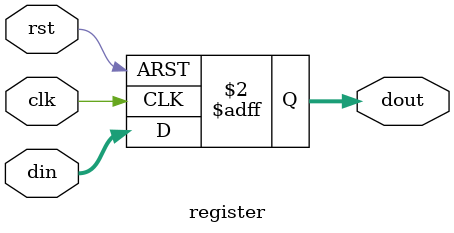
<source format=sv>
`timescale 1ns / 1ps

module register
# (
DATA_WIDTH = 32
)
(
    input clk,
    input rst,
    input [DATA_WIDTH-1:0] din,
    output reg [DATA_WIDTH-1:0] dout
);

always @(posedge clk, posedge rst)
begin
    if (rst)
        dout <= 0;
    else
        dout <= din;
end

endmodule
</source>
